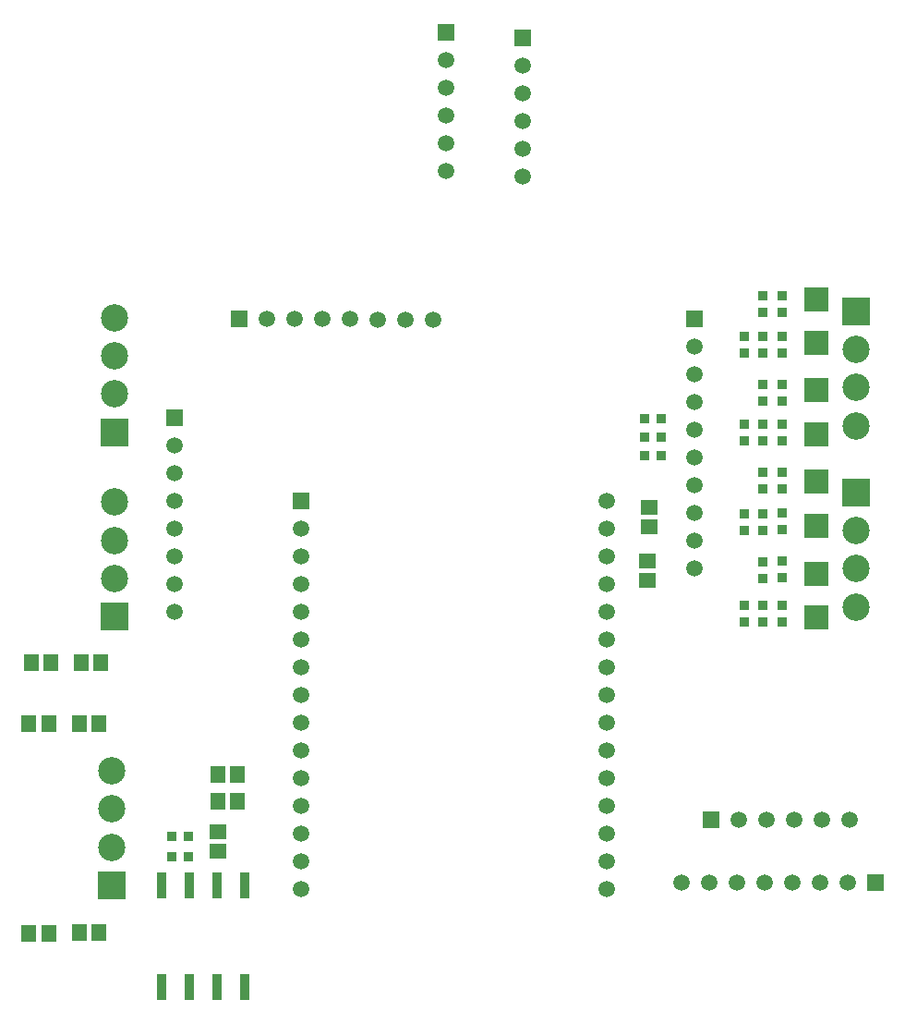
<source format=gbr>
G70*
%FSLAX55Y55*%
%ADD11R,0.05906X0.05906*%
%ADD12C,0.05906*%
%ADD13R,0.09843X0.09843*%
%ADD14C,0.09843*%
%ADD15R,0.03583X0.03583*%
%ADD16R,0.05315X0.06102*%
%ADD17R,0.06102X0.05315*%
%ADD18R,0.03346X0.09252*%
%ADD19R,0.09000X0.09000*%
D11*
X63295Y227250D03*
D12*
X63295Y217250D03*
X63295Y207250D03*
X63295Y197250D03*
X63295Y187250D03*
X63276Y177250D03*
X63276Y167250D03*
X63276Y157250D03*
D13*
X41642Y155321D03*
D14*
X41642Y169101D03*
X41642Y182880D03*
X41642Y196660D03*
D15*
X62264Y75991D03*
X68264Y75991D03*
D16*
X86091Y88668D03*
X79004Y88668D03*
D11*
X161524Y366030D03*
D12*
X161524Y356030D03*
X161524Y346030D03*
X161524Y336030D03*
X161524Y326030D03*
X161504Y316030D03*
D11*
X109102Y197093D03*
D12*
X109102Y187093D03*
X109102Y177093D03*
X109102Y167093D03*
X109102Y157093D03*
X109083Y147093D03*
X109083Y137093D03*
X109083Y127093D03*
X109083Y117093D03*
X109083Y107093D03*
X109083Y97093D03*
X109083Y87093D03*
X109083Y77093D03*
X109083Y67093D03*
X109083Y57093D03*
X219319Y57093D03*
X219319Y67093D03*
X219319Y77093D03*
X219319Y87093D03*
X219319Y97093D03*
X219319Y107093D03*
X219319Y117093D03*
X219319Y127093D03*
X219319Y137093D03*
X219319Y147093D03*
X219319Y157093D03*
X219319Y167093D03*
X219319Y177093D03*
X219319Y187093D03*
X219319Y197093D03*
D11*
X86839Y262605D03*
D12*
X96839Y262605D03*
X106839Y262605D03*
X116839Y262605D03*
X126839Y262605D03*
X136839Y262585D03*
X146839Y262585D03*
X156839Y262585D03*
D16*
X36878Y138668D03*
X29791Y138668D03*
X10854Y41227D03*
X17941Y41227D03*
X10854Y116817D03*
X17941Y116817D03*
D17*
X234634Y187841D03*
X234634Y194928D03*
D11*
X189063Y363943D03*
D12*
X189063Y353943D03*
X189063Y343943D03*
X189063Y333943D03*
X189063Y323943D03*
X189043Y313943D03*
D17*
X78965Y77920D03*
X78965Y70833D03*
D11*
X316406Y59317D03*
D12*
X306406Y59317D03*
X296406Y59317D03*
X286406Y59317D03*
X276406Y59317D03*
X266406Y59337D03*
X256406Y59337D03*
X246406Y59337D03*
D15*
X269201Y186376D03*
X269201Y192376D03*
X282587Y256550D03*
X282587Y250550D03*
D13*
X41642Y221857D03*
D14*
X41642Y235636D03*
X41642Y249416D03*
X41642Y263195D03*
D16*
X79083Y98353D03*
X86169Y98353D03*
X11642Y138865D03*
X18728Y138865D03*
D11*
X257114Y82231D03*
D12*
X267114Y82231D03*
X277114Y82231D03*
X287114Y82231D03*
X297114Y82231D03*
X307114Y82211D03*
D18*
X88827Y58471D03*
X78827Y58471D03*
X68827Y58471D03*
X58827Y58471D03*
X58827Y21857D03*
X68827Y21857D03*
X78827Y21857D03*
X88827Y21857D03*
D15*
X282587Y207337D03*
X282587Y201337D03*
D11*
X251091Y262841D03*
D12*
X251091Y252841D03*
X251091Y242841D03*
X251091Y232841D03*
X251091Y222841D03*
X251091Y212841D03*
X251091Y202841D03*
X251091Y192841D03*
X251091Y182841D03*
X251091Y172841D03*
D15*
X269201Y153306D03*
X269201Y159306D03*
D13*
X40854Y58471D03*
D14*
X40854Y72250D03*
X40854Y86030D03*
X40854Y99809D03*
D15*
X275894Y250550D03*
X275894Y256550D03*
X275894Y153306D03*
X275894Y159306D03*
X269201Y250550D03*
X269201Y256550D03*
D13*
X309358Y265557D03*
D14*
X309358Y251778D03*
X309358Y237998D03*
X309358Y224219D03*
D15*
X239130Y213392D03*
X233130Y213392D03*
X62264Y68904D03*
X68264Y68904D03*
D16*
X36091Y116620D03*
X29004Y116620D03*
D13*
X309358Y200203D03*
D14*
X309358Y186424D03*
X309358Y172644D03*
X309358Y158865D03*
D15*
X275894Y169054D03*
X275894Y175054D03*
D16*
X36091Y41424D03*
X29004Y41424D03*
D19*
X295185Y253943D03*
X295185Y269691D03*
D15*
X282587Y159306D03*
X282587Y153306D03*
X282587Y192770D03*
X282587Y186770D03*
X275894Y233227D03*
X275894Y239227D03*
D17*
X234083Y175557D03*
X234083Y168471D03*
D15*
X275894Y201337D03*
X275894Y207337D03*
X282587Y239227D03*
X282587Y233227D03*
X282587Y175298D03*
X282587Y169298D03*
X275894Y218660D03*
X275894Y224660D03*
X275894Y265117D03*
X275894Y271117D03*
X239130Y220085D03*
X233130Y220085D03*
D19*
X295185Y188195D03*
X295185Y203943D03*
D15*
X282587Y271117D03*
X282587Y265117D03*
X275894Y186376D03*
X275894Y192376D03*
X282587Y224660D03*
X282587Y218660D03*
D19*
X295185Y155124D03*
X295185Y170872D03*
X295185Y221266D03*
X295185Y237014D03*
D15*
X239130Y226778D03*
X233130Y226778D03*
X269201Y218660D03*
X269201Y224660D03*
M02*

</source>
